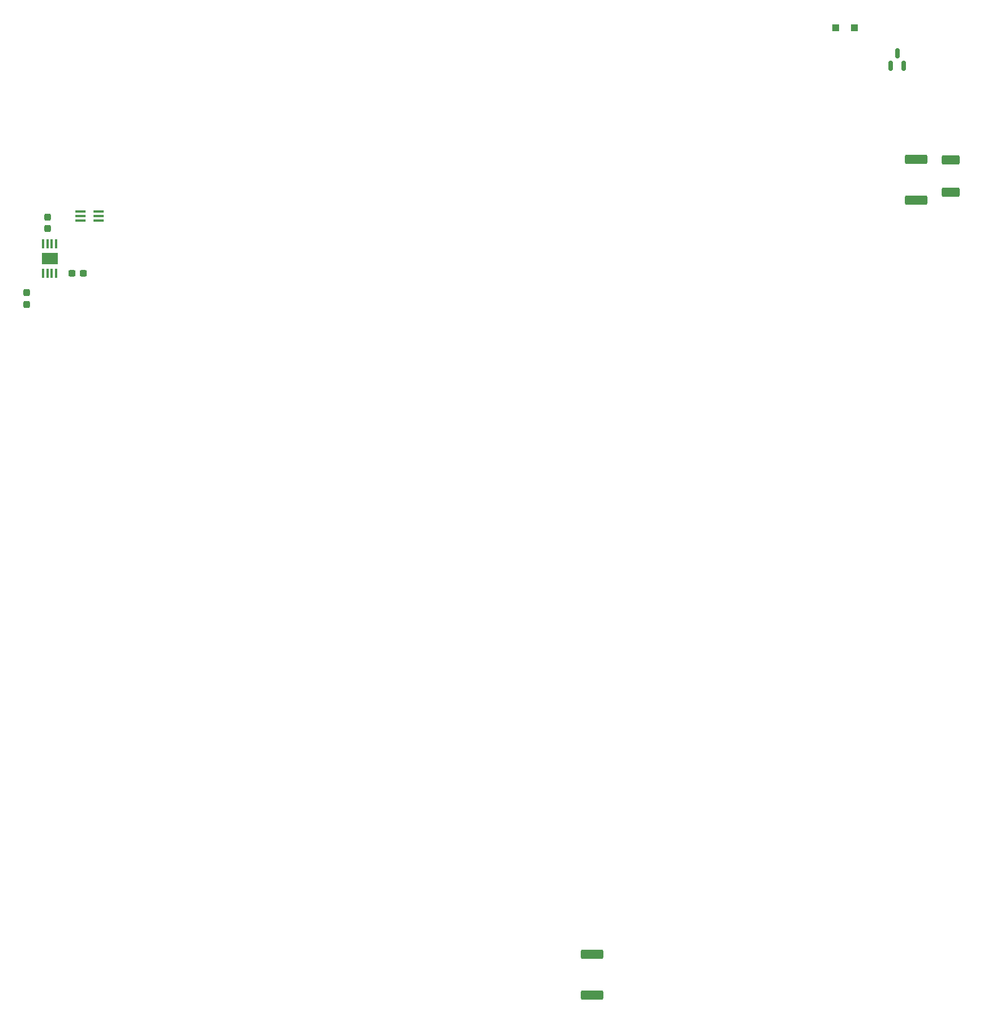
<source format=gtp>
G04 #@! TF.GenerationSoftware,KiCad,Pcbnew,(6.0.1)*
G04 #@! TF.CreationDate,2022-06-09T14:04:08-07:00*
G04 #@! TF.ProjectId,Motherboard_edgeCutsVer,4d6f7468-6572-4626-9f61-72645f656467,rev?*
G04 #@! TF.SameCoordinates,Original*
G04 #@! TF.FileFunction,Paste,Top*
G04 #@! TF.FilePolarity,Positive*
%FSLAX46Y46*%
G04 Gerber Fmt 4.6, Leading zero omitted, Abs format (unit mm)*
G04 Created by KiCad (PCBNEW (6.0.1)) date 2022-06-09 14:04:08*
%MOMM*%
%LPD*%
G01*
G04 APERTURE LIST*
G04 Aperture macros list*
%AMRoundRect*
0 Rectangle with rounded corners*
0 $1 Rounding radius*
0 $2 $3 $4 $5 $6 $7 $8 $9 X,Y pos of 4 corners*
0 Add a 4 corners polygon primitive as box body*
4,1,4,$2,$3,$4,$5,$6,$7,$8,$9,$2,$3,0*
0 Add four circle primitives for the rounded corners*
1,1,$1+$1,$2,$3*
1,1,$1+$1,$4,$5*
1,1,$1+$1,$6,$7*
1,1,$1+$1,$8,$9*
0 Add four rect primitives between the rounded corners*
20,1,$1+$1,$2,$3,$4,$5,0*
20,1,$1+$1,$4,$5,$6,$7,0*
20,1,$1+$1,$6,$7,$8,$9,0*
20,1,$1+$1,$8,$9,$2,$3,0*%
G04 Aperture macros list end*
%ADD10RoundRect,0.237500X-0.300000X-0.237500X0.300000X-0.237500X0.300000X0.237500X-0.300000X0.237500X0*%
%ADD11RoundRect,0.237500X-0.237500X0.300000X-0.237500X-0.300000X0.237500X-0.300000X0.237500X0.300000X0*%
%ADD12RoundRect,0.249999X1.425001X-0.450001X1.425001X0.450001X-1.425001X0.450001X-1.425001X-0.450001X0*%
%ADD13R,1.100000X1.100000*%
%ADD14RoundRect,0.249999X1.075001X-0.450001X1.075001X0.450001X-1.075001X0.450001X-1.075001X-0.450001X0*%
%ADD15R,0.431800X1.346200*%
%ADD16R,2.413000X1.778000*%
%ADD17R,1.500000X0.400000*%
%ADD18RoundRect,0.150000X0.150000X-0.587500X0.150000X0.587500X-0.150000X0.587500X-0.150000X-0.587500X0*%
G04 APERTURE END LIST*
D10*
X143937500Y-96663454D03*
X145662500Y-96663454D03*
D11*
X140300000Y-88237500D03*
X140300000Y-89962500D03*
D12*
X270100000Y-85750000D03*
X270100000Y-79650000D03*
D11*
X137200000Y-99537500D03*
X137200000Y-101262500D03*
D12*
X221710000Y-204400000D03*
X221710000Y-198300000D03*
D13*
X260900000Y-60000000D03*
X258100000Y-60000000D03*
D14*
X275300000Y-84500000D03*
X275300000Y-79700000D03*
D15*
X141622860Y-92214050D03*
X140972620Y-92214050D03*
X140322380Y-92214050D03*
X139672140Y-92214050D03*
X139672140Y-96659050D03*
X140322380Y-96659050D03*
X140972620Y-96659050D03*
X141622860Y-96659050D03*
D16*
X140647500Y-94436550D03*
D17*
X147930000Y-88750000D03*
X147930000Y-88100000D03*
X147930000Y-87450000D03*
X145270000Y-87450000D03*
X145270000Y-88100000D03*
X145270000Y-88750000D03*
D18*
X267300000Y-63762500D03*
X266350000Y-65637500D03*
X268250000Y-65637500D03*
M02*

</source>
